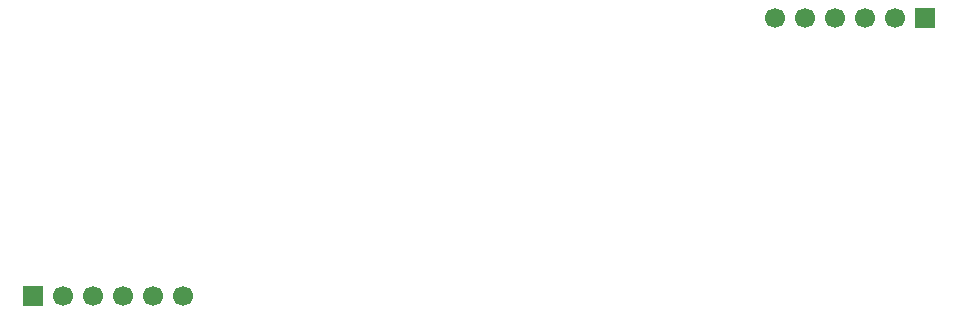
<source format=gbr>
%TF.GenerationSoftware,KiCad,Pcbnew,9.0.2*%
%TF.CreationDate,2025-08-03T15:01:54-04:00*%
%TF.ProjectId,SGTC,53475443-2e6b-4696-9361-645f70636258,rev?*%
%TF.SameCoordinates,Original*%
%TF.FileFunction,Soldermask,Bot*%
%TF.FilePolarity,Negative*%
%FSLAX46Y46*%
G04 Gerber Fmt 4.6, Leading zero omitted, Abs format (unit mm)*
G04 Created by KiCad (PCBNEW 9.0.2) date 2025-08-03 15:01:54*
%MOMM*%
%LPD*%
G01*
G04 APERTURE LIST*
%ADD10R,1.700000X1.700000*%
%ADD11C,1.700000*%
G04 APERTURE END LIST*
D10*
%TO.C,J1*%
X104920000Y-105300000D03*
D11*
X107460000Y-105300000D03*
X110000000Y-105300000D03*
X112540000Y-105300000D03*
X115080000Y-105300000D03*
X117620000Y-105300000D03*
%TD*%
D10*
%TO.C,J1*%
X180470000Y-81690000D03*
D11*
X177930000Y-81690000D03*
X175390000Y-81690000D03*
X172850000Y-81690000D03*
X170310000Y-81690000D03*
X167770000Y-81690000D03*
%TD*%
M02*

</source>
